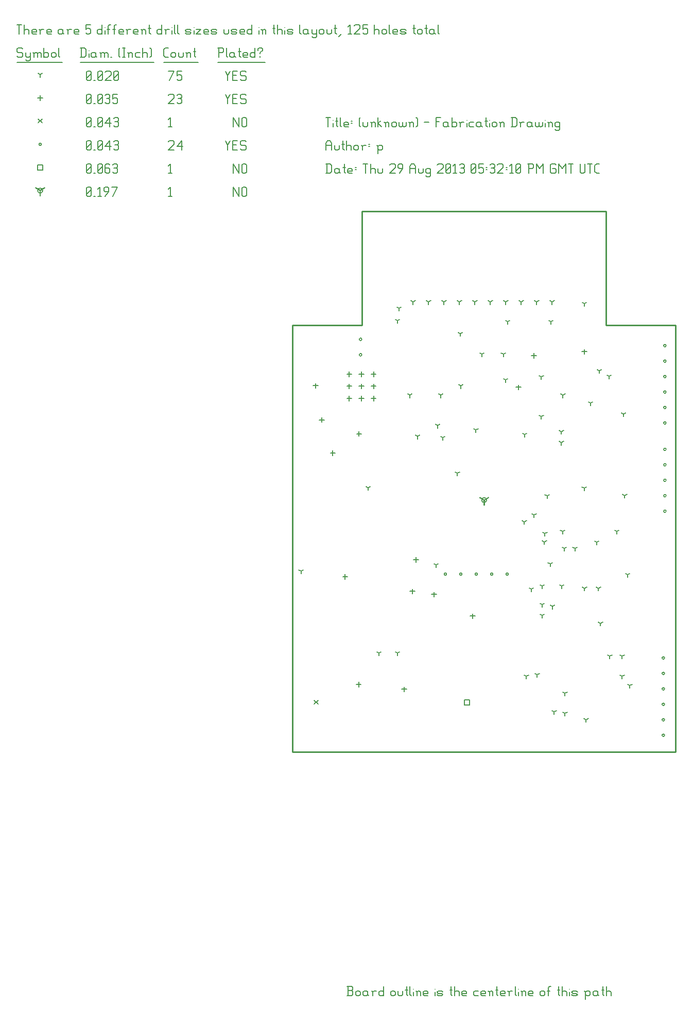
<source format=gbr>
G04 start of page 12 for group -3984 idx -3984 *
G04 Title: (unknown), fab *
G04 Creator: pcb 1.99z *
G04 CreationDate: Thu 29 Aug 2013 05:32:10 PM GMT UTC *
G04 For: p *
G04 Format: Gerber/RS-274X *
G04 PCB-Dimensions (mil): 6000.00 5000.00 *
G04 PCB-Coordinate-Origin: lower left *
%MOIN*%
%FSLAX25Y25*%
%LNFAB*%
%ADD113C,0.0100*%
%ADD112C,0.0075*%
%ADD111C,0.0060*%
%ADD110C,0.0001*%
%ADD109R,0.0080X0.0080*%
G54D109*X302456Y311074D02*Y307874D01*
G54D110*G36*
X301909Y311221D02*X305375Y313221D01*
X305775Y312528D01*
X302309Y310528D01*
X301909Y311221D01*
G37*
G36*
X302602Y310528D02*X299136Y312528D01*
X299536Y313221D01*
X303002Y311221D01*
X302602Y310528D01*
G37*
G54D109*X300856Y311074D02*G75*G03X304056Y311074I1600J0D01*G01*
G75*G03X300856Y311074I-1600J0D01*G01*
X15000Y511250D02*Y508050D01*
G54D110*G36*
X14454Y511397D02*X17920Y513396D01*
X18320Y512703D01*
X14853Y510704D01*
X14454Y511397D01*
G37*
G36*
X15147Y510704D02*X11680Y512703D01*
X12080Y513396D01*
X15546Y511397D01*
X15147Y510704D01*
G37*
G54D109*X13400Y511250D02*G75*G03X16600Y511250I1600J0D01*G01*
G75*G03X13400Y511250I-1600J0D01*G01*
G54D111*X140000Y513500D02*Y507500D01*
Y513500D02*X143750Y507500D01*
Y513500D02*Y507500D01*
X145550Y512750D02*Y508250D01*
Y512750D02*X146300Y513500D01*
X147800D01*
X148550Y512750D01*
Y508250D01*
X147800Y507500D02*X148550Y508250D01*
X146300Y507500D02*X147800D01*
X145550Y508250D02*X146300Y507500D01*
X98000Y512300D02*X99200Y513500D01*
Y507500D01*
X98000D02*X100250D01*
X45000Y508250D02*X45750Y507500D01*
X45000Y512750D02*Y508250D01*
Y512750D02*X45750Y513500D01*
X47250D01*
X48000Y512750D01*
Y508250D01*
X47250Y507500D02*X48000Y508250D01*
X45750Y507500D02*X47250D01*
X45000Y509000D02*X48000Y512000D01*
X49800Y507500D02*X50550D01*
X52350Y512300D02*X53550Y513500D01*
Y507500D01*
X52350D02*X54600D01*
X57150D02*X59400Y510500D01*
Y512750D02*Y510500D01*
X58650Y513500D02*X59400Y512750D01*
X57150Y513500D02*X58650D01*
X56400Y512750D02*X57150Y513500D01*
X56400Y512750D02*Y511250D01*
X57150Y510500D01*
X59400D01*
X61950Y507500D02*X64950Y513500D01*
X61200D02*X64950D01*
X289687Y181829D02*X292887D01*
X289687D02*Y178629D01*
X292887D01*
Y181829D02*Y178629D01*
X13400Y527850D02*X16600D01*
X13400D02*Y524650D01*
X16600D01*
Y527850D02*Y524650D01*
X140000Y528500D02*Y522500D01*
Y528500D02*X143750Y522500D01*
Y528500D02*Y522500D01*
X145550Y527750D02*Y523250D01*
Y527750D02*X146300Y528500D01*
X147800D01*
X148550Y527750D01*
Y523250D01*
X147800Y522500D02*X148550Y523250D01*
X146300Y522500D02*X147800D01*
X145550Y523250D02*X146300Y522500D01*
X98000Y527300D02*X99200Y528500D01*
Y522500D01*
X98000D02*X100250D01*
X45000Y523250D02*X45750Y522500D01*
X45000Y527750D02*Y523250D01*
Y527750D02*X45750Y528500D01*
X47250D01*
X48000Y527750D01*
Y523250D01*
X47250Y522500D02*X48000Y523250D01*
X45750Y522500D02*X47250D01*
X45000Y524000D02*X48000Y527000D01*
X49800Y522500D02*X50550D01*
X52350Y523250D02*X53100Y522500D01*
X52350Y527750D02*Y523250D01*
Y527750D02*X53100Y528500D01*
X54600D01*
X55350Y527750D01*
Y523250D01*
X54600Y522500D02*X55350Y523250D01*
X53100Y522500D02*X54600D01*
X52350Y524000D02*X55350Y527000D01*
X59400Y528500D02*X60150Y527750D01*
X57900Y528500D02*X59400D01*
X57150Y527750D02*X57900Y528500D01*
X57150Y527750D02*Y523250D01*
X57900Y522500D01*
X59400Y525800D02*X60150Y525050D01*
X57150Y525800D02*X59400D01*
X57900Y522500D02*X59400D01*
X60150Y523250D01*
Y525050D02*Y523250D01*
X61950Y527750D02*X62700Y528500D01*
X64200D01*
X64950Y527750D01*
X64200Y522500D02*X64950Y523250D01*
X62700Y522500D02*X64200D01*
X61950Y523250D02*X62700Y522500D01*
Y525800D02*X64200D01*
X64950Y527750D02*Y526550D01*
Y525050D02*Y523250D01*
Y525050D02*X64200Y525800D01*
X64950Y526550D02*X64200Y525800D01*
X192450Y181429D02*X194850Y179029D01*
X192450D02*X194850Y181429D01*
X221611Y415054D02*G75*G03X223211Y415054I800J0D01*G01*
G75*G03X221611Y415054I-800J0D01*G01*
Y405054D02*G75*G03X223211Y405054I800J0D01*G01*
G75*G03X221611Y405054I-800J0D01*G01*
X418663Y410973D02*G75*G03X420263Y410973I800J0D01*G01*
G75*G03X418663Y410973I-800J0D01*G01*
Y400973D02*G75*G03X420263Y400973I800J0D01*G01*
G75*G03X418663Y400973I-800J0D01*G01*
Y390973D02*G75*G03X420263Y390973I800J0D01*G01*
G75*G03X418663Y390973I-800J0D01*G01*
Y380973D02*G75*G03X420263Y380973I800J0D01*G01*
G75*G03X418663Y380973I-800J0D01*G01*
Y370973D02*G75*G03X420263Y370973I800J0D01*G01*
G75*G03X418663Y370973I-800J0D01*G01*
Y360973D02*G75*G03X420263Y360973I800J0D01*G01*
G75*G03X418663Y360973I-800J0D01*G01*
Y343878D02*G75*G03X420263Y343878I800J0D01*G01*
G75*G03X418663Y343878I-800J0D01*G01*
Y333878D02*G75*G03X420263Y333878I800J0D01*G01*
G75*G03X418663Y333878I-800J0D01*G01*
Y323878D02*G75*G03X420263Y323878I800J0D01*G01*
G75*G03X418663Y323878I-800J0D01*G01*
Y313878D02*G75*G03X420263Y313878I800J0D01*G01*
G75*G03X418663Y313878I-800J0D01*G01*
Y303878D02*G75*G03X420263Y303878I800J0D01*G01*
G75*G03X418663Y303878I-800J0D01*G01*
X417663Y208973D02*G75*G03X419263Y208973I800J0D01*G01*
G75*G03X417663Y208973I-800J0D01*G01*
Y198973D02*G75*G03X419263Y198973I800J0D01*G01*
G75*G03X417663Y198973I-800J0D01*G01*
Y188973D02*G75*G03X419263Y188973I800J0D01*G01*
G75*G03X417663Y188973I-800J0D01*G01*
Y178973D02*G75*G03X419263Y178973I800J0D01*G01*
G75*G03X417663Y178973I-800J0D01*G01*
Y168973D02*G75*G03X419263Y168973I800J0D01*G01*
G75*G03X417663Y168973I-800J0D01*G01*
Y158973D02*G75*G03X419263Y158973I800J0D01*G01*
G75*G03X417663Y158973I-800J0D01*G01*
X276527Y263142D02*G75*G03X278127Y263142I800J0D01*G01*
G75*G03X276527Y263142I-800J0D01*G01*
X286527D02*G75*G03X288127Y263142I800J0D01*G01*
G75*G03X286527Y263142I-800J0D01*G01*
X296527D02*G75*G03X298127Y263142I800J0D01*G01*
G75*G03X296527Y263142I-800J0D01*G01*
X306527D02*G75*G03X308127Y263142I800J0D01*G01*
G75*G03X306527Y263142I-800J0D01*G01*
X316527D02*G75*G03X318127Y263142I800J0D01*G01*
G75*G03X316527Y263142I-800J0D01*G01*
X14200Y541250D02*G75*G03X15800Y541250I800J0D01*G01*
G75*G03X14200Y541250I-800J0D01*G01*
X135000Y543500D02*X136500Y540500D01*
X138000Y543500D01*
X136500Y540500D02*Y537500D01*
X139800Y540800D02*X142050D01*
X139800Y537500D02*X142800D01*
X139800Y543500D02*Y537500D01*
Y543500D02*X142800D01*
X147600D02*X148350Y542750D01*
X145350Y543500D02*X147600D01*
X144600Y542750D02*X145350Y543500D01*
X144600Y542750D02*Y541250D01*
X145350Y540500D01*
X147600D01*
X148350Y539750D01*
Y538250D01*
X147600Y537500D02*X148350Y538250D01*
X145350Y537500D02*X147600D01*
X144600Y538250D02*X145350Y537500D01*
X98000Y542750D02*X98750Y543500D01*
X101000D01*
X101750Y542750D01*
Y541250D01*
X98000Y537500D02*X101750Y541250D01*
X98000Y537500D02*X101750D01*
X103550Y539750D02*X106550Y543500D01*
X103550Y539750D02*X107300D01*
X106550Y543500D02*Y537500D01*
X13800Y557450D02*X16200Y555050D01*
X13800D02*X16200Y557450D01*
X140000Y558500D02*Y552500D01*
Y558500D02*X143750Y552500D01*
Y558500D02*Y552500D01*
X145550Y557750D02*Y553250D01*
Y557750D02*X146300Y558500D01*
X147800D01*
X148550Y557750D01*
Y553250D01*
X147800Y552500D02*X148550Y553250D01*
X146300Y552500D02*X147800D01*
X145550Y553250D02*X146300Y552500D01*
X98000Y557300D02*X99200Y558500D01*
Y552500D01*
X98000D02*X100250D01*
X45000Y553250D02*X45750Y552500D01*
X45000Y557750D02*Y553250D01*
Y557750D02*X45750Y558500D01*
X47250D01*
X48000Y557750D01*
Y553250D01*
X47250Y552500D02*X48000Y553250D01*
X45750Y552500D02*X47250D01*
X45000Y554000D02*X48000Y557000D01*
X49800Y552500D02*X50550D01*
X52350Y553250D02*X53100Y552500D01*
X52350Y557750D02*Y553250D01*
Y557750D02*X53100Y558500D01*
X54600D01*
X55350Y557750D01*
Y553250D01*
X54600Y552500D02*X55350Y553250D01*
X53100Y552500D02*X54600D01*
X52350Y554000D02*X55350Y557000D01*
X57150Y554750D02*X60150Y558500D01*
X57150Y554750D02*X60900D01*
X60150Y558500D02*Y552500D01*
X62700Y557750D02*X63450Y558500D01*
X64950D01*
X65700Y557750D01*
X64950Y552500D02*X65700Y553250D01*
X63450Y552500D02*X64950D01*
X62700Y553250D02*X63450Y552500D01*
Y555800D02*X64950D01*
X65700Y557750D02*Y556550D01*
Y555050D02*Y553250D01*
Y555050D02*X64950Y555800D01*
X65700Y556550D02*X64950Y555800D01*
X45000Y538250D02*X45750Y537500D01*
X45000Y542750D02*Y538250D01*
Y542750D02*X45750Y543500D01*
X47250D01*
X48000Y542750D01*
Y538250D01*
X47250Y537500D02*X48000Y538250D01*
X45750Y537500D02*X47250D01*
X45000Y539000D02*X48000Y542000D01*
X49800Y537500D02*X50550D01*
X52350Y538250D02*X53100Y537500D01*
X52350Y542750D02*Y538250D01*
Y542750D02*X53100Y543500D01*
X54600D01*
X55350Y542750D01*
Y538250D01*
X54600Y537500D02*X55350Y538250D01*
X53100Y537500D02*X54600D01*
X52350Y539000D02*X55350Y542000D01*
X57150Y539750D02*X60150Y543500D01*
X57150Y539750D02*X60900D01*
X60150Y543500D02*Y537500D01*
X62700Y542750D02*X63450Y543500D01*
X64950D01*
X65700Y542750D01*
X64950Y537500D02*X65700Y538250D01*
X63450Y537500D02*X64950D01*
X62700Y538250D02*X63450Y537500D01*
Y540800D02*X64950D01*
X65700Y542750D02*Y541550D01*
Y540050D02*Y538250D01*
Y540050D02*X64950Y540800D01*
X65700Y541550D02*X64950Y540800D01*
X215119Y394206D02*Y391006D01*
X213519Y392606D02*X216719D01*
X222993Y394206D02*Y391006D01*
X221393Y392606D02*X224593D01*
X222993Y386332D02*Y383132D01*
X221393Y384732D02*X224593D01*
X215119Y386332D02*Y383132D01*
X213519Y384732D02*X216719D01*
X222993Y378458D02*Y375258D01*
X221393Y376858D02*X224593D01*
X215119Y378458D02*Y375258D01*
X213519Y376858D02*X216719D01*
X230867Y394206D02*Y391006D01*
X229267Y392606D02*X232467D01*
X230867Y386332D02*Y383132D01*
X229267Y384732D02*X232467D01*
X230867Y378458D02*Y375258D01*
X229267Y376858D02*X232467D01*
X197378Y364573D02*Y361373D01*
X195778Y362973D02*X198978D01*
X221463Y355573D02*Y352373D01*
X219863Y353973D02*X223063D01*
X258377Y274073D02*Y270873D01*
X256777Y272473D02*X259977D01*
X204456Y343174D02*Y339974D01*
X202856Y341574D02*X206056D01*
X212456Y263174D02*Y259974D01*
X210856Y261574D02*X214056D01*
X269956Y251674D02*Y248474D01*
X268356Y250074D02*X271556D01*
X294956Y237674D02*Y234474D01*
X293356Y236074D02*X296556D01*
X334715Y406100D02*Y402900D01*
X333115Y404500D02*X336315D01*
X324715Y385659D02*Y382459D01*
X323115Y384059D02*X326315D01*
X367370Y408674D02*Y405474D01*
X365770Y407074D02*X368970D01*
X193411Y386654D02*Y383454D01*
X191811Y385054D02*X195011D01*
X255956Y253674D02*Y250474D01*
X254356Y252074D02*X257556D01*
X221209Y193463D02*Y190263D01*
X219609Y191863D02*X222809D01*
X250735Y190314D02*Y187114D01*
X249135Y188714D02*X252335D01*
X15000Y572850D02*Y569650D01*
X13400Y571250D02*X16600D01*
X135000Y573500D02*X136500Y570500D01*
X138000Y573500D01*
X136500Y570500D02*Y567500D01*
X139800Y570800D02*X142050D01*
X139800Y567500D02*X142800D01*
X139800Y573500D02*Y567500D01*
Y573500D02*X142800D01*
X147600D02*X148350Y572750D01*
X145350Y573500D02*X147600D01*
X144600Y572750D02*X145350Y573500D01*
X144600Y572750D02*Y571250D01*
X145350Y570500D01*
X147600D01*
X148350Y569750D01*
Y568250D01*
X147600Y567500D02*X148350Y568250D01*
X145350Y567500D02*X147600D01*
X144600Y568250D02*X145350Y567500D01*
X98000Y572750D02*X98750Y573500D01*
X101000D01*
X101750Y572750D01*
Y571250D01*
X98000Y567500D02*X101750Y571250D01*
X98000Y567500D02*X101750D01*
X103550Y572750D02*X104300Y573500D01*
X105800D01*
X106550Y572750D01*
X105800Y567500D02*X106550Y568250D01*
X104300Y567500D02*X105800D01*
X103550Y568250D02*X104300Y567500D01*
Y570800D02*X105800D01*
X106550Y572750D02*Y571550D01*
Y570050D02*Y568250D01*
Y570050D02*X105800Y570800D01*
X106550Y571550D02*X105800Y570800D01*
X45000Y568250D02*X45750Y567500D01*
X45000Y572750D02*Y568250D01*
Y572750D02*X45750Y573500D01*
X47250D01*
X48000Y572750D01*
Y568250D01*
X47250Y567500D02*X48000Y568250D01*
X45750Y567500D02*X47250D01*
X45000Y569000D02*X48000Y572000D01*
X49800Y567500D02*X50550D01*
X52350Y568250D02*X53100Y567500D01*
X52350Y572750D02*Y568250D01*
Y572750D02*X53100Y573500D01*
X54600D01*
X55350Y572750D01*
Y568250D01*
X54600Y567500D02*X55350Y568250D01*
X53100Y567500D02*X54600D01*
X52350Y569000D02*X55350Y572000D01*
X57150Y572750D02*X57900Y573500D01*
X59400D01*
X60150Y572750D01*
X59400Y567500D02*X60150Y568250D01*
X57900Y567500D02*X59400D01*
X57150Y568250D02*X57900Y567500D01*
Y570800D02*X59400D01*
X60150Y572750D02*Y571550D01*
Y570050D02*Y568250D01*
Y570050D02*X59400Y570800D01*
X60150Y571550D02*X59400Y570800D01*
X61950Y573500D02*X64950D01*
X61950D02*Y570500D01*
X62700Y571250D01*
X64200D01*
X64950Y570500D01*
Y568250D01*
X64200Y567500D02*X64950Y568250D01*
X62700Y567500D02*X64200D01*
X61950Y568250D02*X62700Y567500D01*
X367456Y438074D02*Y436474D01*
Y438074D02*X368842Y438874D01*
X367456Y438074D02*X366069Y438874D01*
X276463Y439233D02*Y437633D01*
Y439233D02*X277850Y440033D01*
X276463Y439233D02*X275077Y440033D01*
X266463Y439233D02*Y437633D01*
Y439233D02*X267850Y440033D01*
X266463Y439233D02*X265077Y440033D01*
X256463Y439233D02*Y437633D01*
Y439233D02*X257850Y440033D01*
X256463Y439233D02*X255077Y440033D01*
X247456Y435074D02*Y433474D01*
Y435074D02*X248842Y435874D01*
X247456Y435074D02*X246069Y435874D01*
X246456Y427074D02*Y425474D01*
Y427074D02*X247842Y427874D01*
X246456Y427074D02*X245069Y427874D01*
X275652Y351382D02*Y349782D01*
Y351382D02*X277039Y352182D01*
X275652Y351382D02*X274266Y352182D01*
X317715Y426500D02*Y424900D01*
Y426500D02*X319102Y427300D01*
X317715Y426500D02*X316329Y427300D01*
X345715Y426500D02*Y424900D01*
Y426500D02*X347102Y427300D01*
X345715Y426500D02*X344329Y427300D01*
X254345Y378941D02*Y377341D01*
Y378941D02*X255732Y379741D01*
X254345Y378941D02*X252959Y379741D01*
X259259Y352256D02*Y350656D01*
Y352256D02*X260646Y353056D01*
X259259Y352256D02*X257873Y353056D01*
X227377Y318973D02*Y317373D01*
Y318973D02*X228764Y319773D01*
X227377Y318973D02*X225991Y319773D01*
X371431Y373784D02*Y372184D01*
Y373784D02*X372818Y374584D01*
X371431Y373784D02*X370044Y374584D01*
X352463Y348233D02*Y346633D01*
Y348233D02*X353850Y349033D01*
X352463Y348233D02*X351077Y349033D01*
X285156Y328382D02*Y326782D01*
Y328382D02*X286543Y329182D01*
X285156Y328382D02*X283770Y329182D01*
X375327Y283828D02*Y282228D01*
Y283828D02*X376714Y284628D01*
X375327Y283828D02*X373940Y284628D01*
X346751Y242260D02*Y240660D01*
Y242260D02*X348138Y243060D01*
X346751Y242260D02*X345365Y243060D01*
X361211Y279792D02*Y278192D01*
Y279792D02*X362598Y280592D01*
X361211Y279792D02*X359825Y280592D01*
X345211Y269792D02*Y268192D01*
Y269792D02*X346598Y270592D01*
X345211Y269792D02*X343825Y270592D01*
X341846Y289346D02*Y287746D01*
Y289346D02*X343232Y290146D01*
X341846Y289346D02*X340459Y290146D01*
X334846Y301346D02*Y299746D01*
Y301346D02*X336232Y302146D01*
X334846Y301346D02*X333459Y302146D01*
X341463Y283973D02*Y282373D01*
Y283973D02*X342850Y284773D01*
X341463Y283973D02*X340077Y284773D01*
X328463Y296973D02*Y295373D01*
Y296973D02*X329850Y297773D01*
X328463Y296973D02*X327077Y297773D01*
X393463Y313973D02*Y312373D01*
Y313973D02*X394850Y314773D01*
X393463Y313973D02*X392077Y314773D01*
X367463Y253973D02*Y252373D01*
Y253973D02*X368850Y254773D01*
X367463Y253973D02*X366077Y254773D01*
X353211Y290792D02*Y289192D01*
Y290792D02*X354598Y291592D01*
X353211Y290792D02*X351825Y291592D01*
X367211Y318792D02*Y317192D01*
Y318792D02*X368598Y319592D01*
X367211Y318792D02*X365825Y319592D01*
X343211Y313792D02*Y312192D01*
Y313792D02*X344598Y314592D01*
X343211Y313792D02*X341825Y314592D01*
X388327Y290828D02*Y289228D01*
Y290828D02*X389714Y291628D01*
X388327Y290828D02*X386940Y291628D01*
X354327Y279828D02*Y278228D01*
Y279828D02*X355714Y280628D01*
X354327Y279828D02*X352940Y280628D01*
X352751Y255346D02*Y253746D01*
Y255346D02*X354138Y256146D01*
X352751Y255346D02*X351365Y256146D01*
X339909Y255345D02*Y253745D01*
Y255345D02*X341296Y256145D01*
X339909Y255345D02*X338522Y256145D01*
X339909Y243345D02*Y241745D01*
Y243345D02*X341296Y244145D01*
X339909Y243345D02*X338522Y244145D01*
X332909Y253345D02*Y251745D01*
Y253345D02*X334296Y254145D01*
X332909Y253345D02*X331522Y254145D01*
X339909Y236345D02*Y234745D01*
Y236345D02*X341296Y237145D01*
X339909Y236345D02*X338522Y237145D01*
X391798Y210200D02*Y208600D01*
Y210200D02*X393185Y211000D01*
X391798Y210200D02*X390411Y211000D01*
X391798Y197200D02*Y195600D01*
Y197200D02*X393185Y198000D01*
X391798Y197200D02*X390411Y198000D01*
X383798Y210200D02*Y208600D01*
Y210200D02*X385185Y211000D01*
X383798Y210200D02*X382411Y211000D01*
X377798Y231307D02*Y229707D01*
Y231307D02*X379185Y232107D01*
X377798Y231307D02*X376411Y232107D01*
X395327Y262828D02*Y261228D01*
Y262828D02*X396714Y263628D01*
X395327Y262828D02*X393940Y263628D01*
X376463Y253973D02*Y252373D01*
Y253973D02*X377850Y254773D01*
X376463Y253973D02*X375077Y254773D01*
X296463Y439233D02*Y437633D01*
Y439233D02*X297850Y440033D01*
X296463Y439233D02*X295077Y440033D01*
X286463Y439233D02*Y437633D01*
Y439233D02*X287850Y440033D01*
X286463Y439233D02*X285077Y440033D01*
X306463Y439233D02*Y437633D01*
Y439233D02*X307850Y440033D01*
X306463Y439233D02*X305077Y440033D01*
X316463Y439233D02*Y437633D01*
Y439233D02*X317850Y440033D01*
X316463Y439233D02*X315077Y440033D01*
X326463Y439233D02*Y437633D01*
Y439233D02*X327850Y440033D01*
X326463Y439233D02*X325077Y440033D01*
X336463Y439233D02*Y437633D01*
Y439233D02*X337850Y440033D01*
X336463Y439233D02*X335077Y440033D01*
X346463Y439233D02*Y437633D01*
Y439233D02*X347850Y440033D01*
X346463Y439233D02*X345077Y440033D01*
X328652Y353382D02*Y351782D01*
Y353382D02*X330039Y354182D01*
X328652Y353382D02*X327266Y354182D01*
X272345Y359256D02*Y357656D01*
Y359256D02*X273732Y360056D01*
X272345Y359256D02*X270959Y360056D01*
X297156Y356382D02*Y354782D01*
Y356382D02*X298543Y357182D01*
X297156Y356382D02*X295770Y357182D01*
X287345Y384941D02*Y383341D01*
Y384941D02*X288732Y385741D01*
X287345Y384941D02*X285959Y385741D01*
X274345Y378941D02*Y377341D01*
Y378941D02*X275732Y379741D01*
X274345Y378941D02*X272959Y379741D01*
X287070Y418666D02*Y417066D01*
Y418666D02*X288457Y419466D01*
X287070Y418666D02*X285683Y419466D01*
X301093Y405500D02*Y403900D01*
Y405500D02*X302480Y406300D01*
X301093Y405500D02*X299707Y406300D01*
X314873Y405500D02*Y403900D01*
Y405500D02*X316260Y406300D01*
X314873Y405500D02*X313487Y406300D01*
X339463Y365161D02*Y363561D01*
Y365161D02*X340850Y365961D01*
X339463Y365161D02*X338077Y365961D01*
X339463Y390752D02*Y389152D01*
Y390752D02*X340850Y391552D01*
X339463Y390752D02*X338077Y391552D01*
X353463Y378941D02*Y377341D01*
Y378941D02*X354850Y379741D01*
X353463Y378941D02*X352077Y379741D01*
X352463Y355319D02*Y353719D01*
Y355319D02*X353850Y356119D01*
X352463Y355319D02*X351077Y356119D01*
X316431Y388784D02*Y387184D01*
Y388784D02*X317818Y389584D01*
X316431Y388784D02*X315044Y389584D01*
X383370Y391074D02*Y389474D01*
Y391074D02*X384757Y391874D01*
X383370Y391074D02*X381983Y391874D01*
X377070Y394666D02*Y393066D01*
Y394666D02*X378457Y395466D01*
X377070Y394666D02*X375683Y395466D01*
X392778Y366666D02*Y365066D01*
Y366666D02*X394165Y367466D01*
X392778Y366666D02*X391391Y367466D01*
X183864Y265146D02*Y263546D01*
Y265146D02*X185251Y265946D01*
X183864Y265146D02*X182478Y265946D01*
X271327Y269142D02*Y267542D01*
Y269142D02*X272714Y269942D01*
X271327Y269142D02*X269940Y269942D01*
X246327Y212142D02*Y210542D01*
Y212142D02*X247714Y212942D01*
X246327Y212142D02*X244941Y212942D01*
X234327Y212142D02*Y210542D01*
Y212142D02*X235714Y212942D01*
X234327Y212142D02*X232941Y212942D01*
X336798Y198200D02*Y196600D01*
Y198200D02*X338185Y199000D01*
X336798Y198200D02*X335411Y199000D01*
X368463Y168973D02*Y167373D01*
Y168973D02*X369850Y169773D01*
X368463Y168973D02*X367077Y169773D01*
X354798Y186200D02*Y184600D01*
Y186200D02*X356185Y187000D01*
X354798Y186200D02*X353411Y187000D01*
X354798Y173200D02*Y171600D01*
Y173200D02*X356185Y174000D01*
X354798Y173200D02*X353411Y174000D01*
X329798Y197200D02*Y195600D01*
Y197200D02*X331185Y198000D01*
X329798Y197200D02*X328411Y198000D01*
X347798Y174200D02*Y172600D01*
Y174200D02*X349185Y175000D01*
X347798Y174200D02*X346411Y175000D01*
X396798Y191200D02*Y189600D01*
Y191200D02*X398185Y192000D01*
X396798Y191200D02*X395411Y192000D01*
X15000Y586250D02*Y584650D01*
Y586250D02*X16387Y587050D01*
X15000Y586250D02*X13613Y587050D01*
X135000Y588500D02*X136500Y585500D01*
X138000Y588500D01*
X136500Y585500D02*Y582500D01*
X139800Y585800D02*X142050D01*
X139800Y582500D02*X142800D01*
X139800Y588500D02*Y582500D01*
Y588500D02*X142800D01*
X147600D02*X148350Y587750D01*
X145350Y588500D02*X147600D01*
X144600Y587750D02*X145350Y588500D01*
X144600Y587750D02*Y586250D01*
X145350Y585500D01*
X147600D01*
X148350Y584750D01*
Y583250D01*
X147600Y582500D02*X148350Y583250D01*
X145350Y582500D02*X147600D01*
X144600Y583250D02*X145350Y582500D01*
X98750D02*X101750Y588500D01*
X98000D02*X101750D01*
X103550D02*X106550D01*
X103550D02*Y585500D01*
X104300Y586250D01*
X105800D01*
X106550Y585500D01*
Y583250D01*
X105800Y582500D02*X106550Y583250D01*
X104300Y582500D02*X105800D01*
X103550Y583250D02*X104300Y582500D01*
X45000Y583250D02*X45750Y582500D01*
X45000Y587750D02*Y583250D01*
Y587750D02*X45750Y588500D01*
X47250D01*
X48000Y587750D01*
Y583250D01*
X47250Y582500D02*X48000Y583250D01*
X45750Y582500D02*X47250D01*
X45000Y584000D02*X48000Y587000D01*
X49800Y582500D02*X50550D01*
X52350Y583250D02*X53100Y582500D01*
X52350Y587750D02*Y583250D01*
Y587750D02*X53100Y588500D01*
X54600D01*
X55350Y587750D01*
Y583250D01*
X54600Y582500D02*X55350Y583250D01*
X53100Y582500D02*X54600D01*
X52350Y584000D02*X55350Y587000D01*
X57150Y587750D02*X57900Y588500D01*
X60150D01*
X60900Y587750D01*
Y586250D01*
X57150Y582500D02*X60900Y586250D01*
X57150Y582500D02*X60900D01*
X62700Y583250D02*X63450Y582500D01*
X62700Y587750D02*Y583250D01*
Y587750D02*X63450Y588500D01*
X64950D01*
X65700Y587750D01*
Y583250D01*
X64950Y582500D02*X65700Y583250D01*
X63450Y582500D02*X64950D01*
X62700Y584000D02*X65700Y587000D01*
X3000Y603500D02*X3750Y602750D01*
X750Y603500D02*X3000D01*
X0Y602750D02*X750Y603500D01*
X0Y602750D02*Y601250D01*
X750Y600500D01*
X3000D01*
X3750Y599750D01*
Y598250D01*
X3000Y597500D02*X3750Y598250D01*
X750Y597500D02*X3000D01*
X0Y598250D02*X750Y597500D01*
X5550Y600500D02*Y598250D01*
X6300Y597500D01*
X8550Y600500D02*Y596000D01*
X7800Y595250D02*X8550Y596000D01*
X6300Y595250D02*X7800D01*
X5550Y596000D02*X6300Y595250D01*
Y597500D02*X7800D01*
X8550Y598250D01*
X11100Y599750D02*Y597500D01*
Y599750D02*X11850Y600500D01*
X12600D01*
X13350Y599750D01*
Y597500D01*
Y599750D02*X14100Y600500D01*
X14850D01*
X15600Y599750D01*
Y597500D01*
X10350Y600500D02*X11100Y599750D01*
X17400Y603500D02*Y597500D01*
Y598250D02*X18150Y597500D01*
X19650D01*
X20400Y598250D01*
Y599750D02*Y598250D01*
X19650Y600500D02*X20400Y599750D01*
X18150Y600500D02*X19650D01*
X17400Y599750D02*X18150Y600500D01*
X22200Y599750D02*Y598250D01*
Y599750D02*X22950Y600500D01*
X24450D01*
X25200Y599750D01*
Y598250D01*
X24450Y597500D02*X25200Y598250D01*
X22950Y597500D02*X24450D01*
X22200Y598250D02*X22950Y597500D01*
X27000Y603500D02*Y598250D01*
X27750Y597500D01*
X0Y594250D02*X29250D01*
X41750Y603500D02*Y597500D01*
X43700Y603500D02*X44750Y602450D01*
Y598550D01*
X43700Y597500D02*X44750Y598550D01*
X41000Y597500D02*X43700D01*
X41000Y603500D02*X43700D01*
G54D112*X46550Y602000D02*Y601850D01*
G54D111*Y599750D02*Y597500D01*
X50300Y600500D02*X51050Y599750D01*
X48800Y600500D02*X50300D01*
X48050Y599750D02*X48800Y600500D01*
X48050Y599750D02*Y598250D01*
X48800Y597500D01*
X51050Y600500D02*Y598250D01*
X51800Y597500D01*
X48800D02*X50300D01*
X51050Y598250D01*
X54350Y599750D02*Y597500D01*
Y599750D02*X55100Y600500D01*
X55850D01*
X56600Y599750D01*
Y597500D01*
Y599750D02*X57350Y600500D01*
X58100D01*
X58850Y599750D01*
Y597500D01*
X53600Y600500D02*X54350Y599750D01*
X60650Y597500D02*X61400D01*
X65900Y598250D02*X66650Y597500D01*
X65900Y602750D02*X66650Y603500D01*
X65900Y602750D02*Y598250D01*
X68450Y603500D02*X69950D01*
X69200D02*Y597500D01*
X68450D02*X69950D01*
X72500Y599750D02*Y597500D01*
Y599750D02*X73250Y600500D01*
X74000D01*
X74750Y599750D01*
Y597500D01*
X71750Y600500D02*X72500Y599750D01*
X77300Y600500D02*X79550D01*
X76550Y599750D02*X77300Y600500D01*
X76550Y599750D02*Y598250D01*
X77300Y597500D01*
X79550D01*
X81350Y603500D02*Y597500D01*
Y599750D02*X82100Y600500D01*
X83600D01*
X84350Y599750D01*
Y597500D01*
X86150Y603500D02*X86900Y602750D01*
Y598250D01*
X86150Y597500D02*X86900Y598250D01*
X41000Y594250D02*X88700D01*
X96050Y597500D02*X98000D01*
X95000Y598550D02*X96050Y597500D01*
X95000Y602450D02*Y598550D01*
Y602450D02*X96050Y603500D01*
X98000D01*
X99800Y599750D02*Y598250D01*
Y599750D02*X100550Y600500D01*
X102050D01*
X102800Y599750D01*
Y598250D01*
X102050Y597500D02*X102800Y598250D01*
X100550Y597500D02*X102050D01*
X99800Y598250D02*X100550Y597500D01*
X104600Y600500D02*Y598250D01*
X105350Y597500D01*
X106850D01*
X107600Y598250D01*
Y600500D02*Y598250D01*
X110150Y599750D02*Y597500D01*
Y599750D02*X110900Y600500D01*
X111650D01*
X112400Y599750D01*
Y597500D01*
X109400Y600500D02*X110150Y599750D01*
X114950Y603500D02*Y598250D01*
X115700Y597500D01*
X114200Y601250D02*X115700D01*
X95000Y594250D02*X117200D01*
X130750Y603500D02*Y597500D01*
X130000Y603500D02*X133000D01*
X133750Y602750D01*
Y601250D01*
X133000Y600500D02*X133750Y601250D01*
X130750Y600500D02*X133000D01*
X135550Y603500D02*Y598250D01*
X136300Y597500D01*
X140050Y600500D02*X140800Y599750D01*
X138550Y600500D02*X140050D01*
X137800Y599750D02*X138550Y600500D01*
X137800Y599750D02*Y598250D01*
X138550Y597500D01*
X140800Y600500D02*Y598250D01*
X141550Y597500D01*
X138550D02*X140050D01*
X140800Y598250D01*
X144100Y603500D02*Y598250D01*
X144850Y597500D01*
X143350Y601250D02*X144850D01*
X147100Y597500D02*X149350D01*
X146350Y598250D02*X147100Y597500D01*
X146350Y599750D02*Y598250D01*
Y599750D02*X147100Y600500D01*
X148600D01*
X149350Y599750D01*
X146350Y599000D02*X149350D01*
Y599750D02*Y599000D01*
X154150Y603500D02*Y597500D01*
X153400D02*X154150Y598250D01*
X151900Y597500D02*X153400D01*
X151150Y598250D02*X151900Y597500D01*
X151150Y599750D02*Y598250D01*
Y599750D02*X151900Y600500D01*
X153400D01*
X154150Y599750D01*
X157450Y600500D02*Y599750D01*
Y598250D02*Y597500D01*
X155950Y602750D02*Y602000D01*
Y602750D02*X156700Y603500D01*
X158200D01*
X158950Y602750D01*
Y602000D01*
X157450Y600500D02*X158950Y602000D01*
X130000Y594250D02*X160750D01*
X0Y618500D02*X3000D01*
X1500D02*Y612500D01*
X4800Y618500D02*Y612500D01*
Y614750D02*X5550Y615500D01*
X7050D01*
X7800Y614750D01*
Y612500D01*
X10350D02*X12600D01*
X9600Y613250D02*X10350Y612500D01*
X9600Y614750D02*Y613250D01*
Y614750D02*X10350Y615500D01*
X11850D01*
X12600Y614750D01*
X9600Y614000D02*X12600D01*
Y614750D02*Y614000D01*
X15150Y614750D02*Y612500D01*
Y614750D02*X15900Y615500D01*
X17400D01*
X14400D02*X15150Y614750D01*
X19950Y612500D02*X22200D01*
X19200Y613250D02*X19950Y612500D01*
X19200Y614750D02*Y613250D01*
Y614750D02*X19950Y615500D01*
X21450D01*
X22200Y614750D01*
X19200Y614000D02*X22200D01*
Y614750D02*Y614000D01*
X28950Y615500D02*X29700Y614750D01*
X27450Y615500D02*X28950D01*
X26700Y614750D02*X27450Y615500D01*
X26700Y614750D02*Y613250D01*
X27450Y612500D01*
X29700Y615500D02*Y613250D01*
X30450Y612500D01*
X27450D02*X28950D01*
X29700Y613250D01*
X33000Y614750D02*Y612500D01*
Y614750D02*X33750Y615500D01*
X35250D01*
X32250D02*X33000Y614750D01*
X37800Y612500D02*X40050D01*
X37050Y613250D02*X37800Y612500D01*
X37050Y614750D02*Y613250D01*
Y614750D02*X37800Y615500D01*
X39300D01*
X40050Y614750D01*
X37050Y614000D02*X40050D01*
Y614750D02*Y614000D01*
X44550Y618500D02*X47550D01*
X44550D02*Y615500D01*
X45300Y616250D01*
X46800D01*
X47550Y615500D01*
Y613250D01*
X46800Y612500D02*X47550Y613250D01*
X45300Y612500D02*X46800D01*
X44550Y613250D02*X45300Y612500D01*
X55050Y618500D02*Y612500D01*
X54300D02*X55050Y613250D01*
X52800Y612500D02*X54300D01*
X52050Y613250D02*X52800Y612500D01*
X52050Y614750D02*Y613250D01*
Y614750D02*X52800Y615500D01*
X54300D01*
X55050Y614750D01*
G54D112*X56850Y617000D02*Y616850D01*
G54D111*Y614750D02*Y612500D01*
X59100Y617750D02*Y612500D01*
Y617750D02*X59850Y618500D01*
X60600D01*
X58350Y615500D02*X59850D01*
X62850Y617750D02*Y612500D01*
Y617750D02*X63600Y618500D01*
X64350D01*
X62100Y615500D02*X63600D01*
X66600Y612500D02*X68850D01*
X65850Y613250D02*X66600Y612500D01*
X65850Y614750D02*Y613250D01*
Y614750D02*X66600Y615500D01*
X68100D01*
X68850Y614750D01*
X65850Y614000D02*X68850D01*
Y614750D02*Y614000D01*
X71400Y614750D02*Y612500D01*
Y614750D02*X72150Y615500D01*
X73650D01*
X70650D02*X71400Y614750D01*
X76200Y612500D02*X78450D01*
X75450Y613250D02*X76200Y612500D01*
X75450Y614750D02*Y613250D01*
Y614750D02*X76200Y615500D01*
X77700D01*
X78450Y614750D01*
X75450Y614000D02*X78450D01*
Y614750D02*Y614000D01*
X81000Y614750D02*Y612500D01*
Y614750D02*X81750Y615500D01*
X82500D01*
X83250Y614750D01*
Y612500D01*
X80250Y615500D02*X81000Y614750D01*
X85800Y618500D02*Y613250D01*
X86550Y612500D01*
X85050Y616250D02*X86550D01*
X93750Y618500D02*Y612500D01*
X93000D02*X93750Y613250D01*
X91500Y612500D02*X93000D01*
X90750Y613250D02*X91500Y612500D01*
X90750Y614750D02*Y613250D01*
Y614750D02*X91500Y615500D01*
X93000D01*
X93750Y614750D01*
X96300D02*Y612500D01*
Y614750D02*X97050Y615500D01*
X98550D01*
X95550D02*X96300Y614750D01*
G54D112*X100350Y617000D02*Y616850D01*
G54D111*Y614750D02*Y612500D01*
X101850Y618500D02*Y613250D01*
X102600Y612500D01*
X104100Y618500D02*Y613250D01*
X104850Y612500D01*
X109800D02*X112050D01*
X112800Y613250D01*
X112050Y614000D02*X112800Y613250D01*
X109800Y614000D02*X112050D01*
X109050Y614750D02*X109800Y614000D01*
X109050Y614750D02*X109800Y615500D01*
X112050D01*
X112800Y614750D01*
X109050Y613250D02*X109800Y612500D01*
G54D112*X114600Y617000D02*Y616850D01*
G54D111*Y614750D02*Y612500D01*
X116100Y615500D02*X119100D01*
X116100Y612500D02*X119100Y615500D01*
X116100Y612500D02*X119100D01*
X121650D02*X123900D01*
X120900Y613250D02*X121650Y612500D01*
X120900Y614750D02*Y613250D01*
Y614750D02*X121650Y615500D01*
X123150D01*
X123900Y614750D01*
X120900Y614000D02*X123900D01*
Y614750D02*Y614000D01*
X126450Y612500D02*X128700D01*
X129450Y613250D01*
X128700Y614000D02*X129450Y613250D01*
X126450Y614000D02*X128700D01*
X125700Y614750D02*X126450Y614000D01*
X125700Y614750D02*X126450Y615500D01*
X128700D01*
X129450Y614750D01*
X125700Y613250D02*X126450Y612500D01*
X133950Y615500D02*Y613250D01*
X134700Y612500D01*
X136200D01*
X136950Y613250D01*
Y615500D02*Y613250D01*
X139500Y612500D02*X141750D01*
X142500Y613250D01*
X141750Y614000D02*X142500Y613250D01*
X139500Y614000D02*X141750D01*
X138750Y614750D02*X139500Y614000D01*
X138750Y614750D02*X139500Y615500D01*
X141750D01*
X142500Y614750D01*
X138750Y613250D02*X139500Y612500D01*
X145050D02*X147300D01*
X144300Y613250D02*X145050Y612500D01*
X144300Y614750D02*Y613250D01*
Y614750D02*X145050Y615500D01*
X146550D01*
X147300Y614750D01*
X144300Y614000D02*X147300D01*
Y614750D02*Y614000D01*
X152100Y618500D02*Y612500D01*
X151350D02*X152100Y613250D01*
X149850Y612500D02*X151350D01*
X149100Y613250D02*X149850Y612500D01*
X149100Y614750D02*Y613250D01*
Y614750D02*X149850Y615500D01*
X151350D01*
X152100Y614750D01*
G54D112*X156600Y617000D02*Y616850D01*
G54D111*Y614750D02*Y612500D01*
X158850Y614750D02*Y612500D01*
Y614750D02*X159600Y615500D01*
X160350D01*
X161100Y614750D01*
Y612500D01*
X158100Y615500D02*X158850Y614750D01*
X166350Y618500D02*Y613250D01*
X167100Y612500D01*
X165600Y616250D02*X167100D01*
X168600Y618500D02*Y612500D01*
Y614750D02*X169350Y615500D01*
X170850D01*
X171600Y614750D01*
Y612500D01*
G54D112*X173400Y617000D02*Y616850D01*
G54D111*Y614750D02*Y612500D01*
X175650D02*X177900D01*
X178650Y613250D01*
X177900Y614000D02*X178650Y613250D01*
X175650Y614000D02*X177900D01*
X174900Y614750D02*X175650Y614000D01*
X174900Y614750D02*X175650Y615500D01*
X177900D01*
X178650Y614750D01*
X174900Y613250D02*X175650Y612500D01*
X183150Y618500D02*Y613250D01*
X183900Y612500D01*
X187650Y615500D02*X188400Y614750D01*
X186150Y615500D02*X187650D01*
X185400Y614750D02*X186150Y615500D01*
X185400Y614750D02*Y613250D01*
X186150Y612500D01*
X188400Y615500D02*Y613250D01*
X189150Y612500D01*
X186150D02*X187650D01*
X188400Y613250D01*
X190950Y615500D02*Y613250D01*
X191700Y612500D01*
X193950Y615500D02*Y611000D01*
X193200Y610250D02*X193950Y611000D01*
X191700Y610250D02*X193200D01*
X190950Y611000D02*X191700Y610250D01*
Y612500D02*X193200D01*
X193950Y613250D01*
X195750Y614750D02*Y613250D01*
Y614750D02*X196500Y615500D01*
X198000D01*
X198750Y614750D01*
Y613250D01*
X198000Y612500D02*X198750Y613250D01*
X196500Y612500D02*X198000D01*
X195750Y613250D02*X196500Y612500D01*
X200550Y615500D02*Y613250D01*
X201300Y612500D01*
X202800D01*
X203550Y613250D01*
Y615500D02*Y613250D01*
X206100Y618500D02*Y613250D01*
X206850Y612500D01*
X205350Y616250D02*X206850D01*
X208350Y611000D02*X209850Y612500D01*
X214350Y617300D02*X215550Y618500D01*
Y612500D01*
X214350D02*X216600D01*
X218400Y617750D02*X219150Y618500D01*
X221400D01*
X222150Y617750D01*
Y616250D01*
X218400Y612500D02*X222150Y616250D01*
X218400Y612500D02*X222150D01*
X223950Y618500D02*X226950D01*
X223950D02*Y615500D01*
X224700Y616250D01*
X226200D01*
X226950Y615500D01*
Y613250D01*
X226200Y612500D02*X226950Y613250D01*
X224700Y612500D02*X226200D01*
X223950Y613250D02*X224700Y612500D01*
X231450Y618500D02*Y612500D01*
Y614750D02*X232200Y615500D01*
X233700D01*
X234450Y614750D01*
Y612500D01*
X236250Y614750D02*Y613250D01*
Y614750D02*X237000Y615500D01*
X238500D01*
X239250Y614750D01*
Y613250D01*
X238500Y612500D02*X239250Y613250D01*
X237000Y612500D02*X238500D01*
X236250Y613250D02*X237000Y612500D01*
X241050Y618500D02*Y613250D01*
X241800Y612500D01*
X244050D02*X246300D01*
X243300Y613250D02*X244050Y612500D01*
X243300Y614750D02*Y613250D01*
Y614750D02*X244050Y615500D01*
X245550D01*
X246300Y614750D01*
X243300Y614000D02*X246300D01*
Y614750D02*Y614000D01*
X248850Y612500D02*X251100D01*
X251850Y613250D01*
X251100Y614000D02*X251850Y613250D01*
X248850Y614000D02*X251100D01*
X248100Y614750D02*X248850Y614000D01*
X248100Y614750D02*X248850Y615500D01*
X251100D01*
X251850Y614750D01*
X248100Y613250D02*X248850Y612500D01*
X257100Y618500D02*Y613250D01*
X257850Y612500D01*
X256350Y616250D02*X257850D01*
X259350Y614750D02*Y613250D01*
Y614750D02*X260100Y615500D01*
X261600D01*
X262350Y614750D01*
Y613250D01*
X261600Y612500D02*X262350Y613250D01*
X260100Y612500D02*X261600D01*
X259350Y613250D02*X260100Y612500D01*
X264900Y618500D02*Y613250D01*
X265650Y612500D01*
X264150Y616250D02*X265650D01*
X269400Y615500D02*X270150Y614750D01*
X267900Y615500D02*X269400D01*
X267150Y614750D02*X267900Y615500D01*
X267150Y614750D02*Y613250D01*
X267900Y612500D01*
X270150Y615500D02*Y613250D01*
X270900Y612500D01*
X267900D02*X269400D01*
X270150Y613250D01*
X272700Y618500D02*Y613250D01*
X273450Y612500D01*
G54D113*X381456Y424074D02*Y497980D01*
X223456D01*
Y424074D01*
X381456D02*X426456D01*
X223456D02*X178456D01*
Y148074D01*
X426456Y424074D02*Y148074D01*
X178456D02*X426456D01*
G54D111*X213675Y-9500D02*X216675D01*
X217425Y-8750D01*
Y-6950D02*Y-8750D01*
X216675Y-6200D02*X217425Y-6950D01*
X214425Y-6200D02*X216675D01*
X214425Y-3500D02*Y-9500D01*
X213675Y-3500D02*X216675D01*
X217425Y-4250D01*
Y-5450D01*
X216675Y-6200D02*X217425Y-5450D01*
X219225Y-7250D02*Y-8750D01*
Y-7250D02*X219975Y-6500D01*
X221475D01*
X222225Y-7250D01*
Y-8750D01*
X221475Y-9500D02*X222225Y-8750D01*
X219975Y-9500D02*X221475D01*
X219225Y-8750D02*X219975Y-9500D01*
X226275Y-6500D02*X227025Y-7250D01*
X224775Y-6500D02*X226275D01*
X224025Y-7250D02*X224775Y-6500D01*
X224025Y-7250D02*Y-8750D01*
X224775Y-9500D01*
X227025Y-6500D02*Y-8750D01*
X227775Y-9500D01*
X224775D02*X226275D01*
X227025Y-8750D01*
X230325Y-7250D02*Y-9500D01*
Y-7250D02*X231075Y-6500D01*
X232575D01*
X229575D02*X230325Y-7250D01*
X237375Y-3500D02*Y-9500D01*
X236625D02*X237375Y-8750D01*
X235125Y-9500D02*X236625D01*
X234375Y-8750D02*X235125Y-9500D01*
X234375Y-7250D02*Y-8750D01*
Y-7250D02*X235125Y-6500D01*
X236625D01*
X237375Y-7250D01*
X241875D02*Y-8750D01*
Y-7250D02*X242625Y-6500D01*
X244125D01*
X244875Y-7250D01*
Y-8750D01*
X244125Y-9500D02*X244875Y-8750D01*
X242625Y-9500D02*X244125D01*
X241875Y-8750D02*X242625Y-9500D01*
X246675Y-6500D02*Y-8750D01*
X247425Y-9500D01*
X248925D01*
X249675Y-8750D01*
Y-6500D02*Y-8750D01*
X252225Y-3500D02*Y-8750D01*
X252975Y-9500D01*
X251475Y-5750D02*X252975D01*
X254475Y-3500D02*Y-8750D01*
X255225Y-9500D01*
G54D112*X256725Y-5000D02*Y-5150D01*
G54D111*Y-7250D02*Y-9500D01*
X258975Y-7250D02*Y-9500D01*
Y-7250D02*X259725Y-6500D01*
X260475D01*
X261225Y-7250D01*
Y-9500D01*
X258225Y-6500D02*X258975Y-7250D01*
X263775Y-9500D02*X266025D01*
X263025Y-8750D02*X263775Y-9500D01*
X263025Y-7250D02*Y-8750D01*
Y-7250D02*X263775Y-6500D01*
X265275D01*
X266025Y-7250D01*
X263025Y-8000D02*X266025D01*
Y-7250D02*Y-8000D01*
G54D112*X270525Y-5000D02*Y-5150D01*
G54D111*Y-7250D02*Y-9500D01*
X272775D02*X275025D01*
X275775Y-8750D01*
X275025Y-8000D02*X275775Y-8750D01*
X272775Y-8000D02*X275025D01*
X272025Y-7250D02*X272775Y-8000D01*
X272025Y-7250D02*X272775Y-6500D01*
X275025D01*
X275775Y-7250D01*
X272025Y-8750D02*X272775Y-9500D01*
X281025Y-3500D02*Y-8750D01*
X281775Y-9500D01*
X280275Y-5750D02*X281775D01*
X283275Y-3500D02*Y-9500D01*
Y-7250D02*X284025Y-6500D01*
X285525D01*
X286275Y-7250D01*
Y-9500D01*
X288825D02*X291075D01*
X288075Y-8750D02*X288825Y-9500D01*
X288075Y-7250D02*Y-8750D01*
Y-7250D02*X288825Y-6500D01*
X290325D01*
X291075Y-7250D01*
X288075Y-8000D02*X291075D01*
Y-7250D02*Y-8000D01*
X296325Y-6500D02*X298575D01*
X295575Y-7250D02*X296325Y-6500D01*
X295575Y-7250D02*Y-8750D01*
X296325Y-9500D01*
X298575D01*
X301125D02*X303375D01*
X300375Y-8750D02*X301125Y-9500D01*
X300375Y-7250D02*Y-8750D01*
Y-7250D02*X301125Y-6500D01*
X302625D01*
X303375Y-7250D01*
X300375Y-8000D02*X303375D01*
Y-7250D02*Y-8000D01*
X305925Y-7250D02*Y-9500D01*
Y-7250D02*X306675Y-6500D01*
X307425D01*
X308175Y-7250D01*
Y-9500D01*
X305175Y-6500D02*X305925Y-7250D01*
X310725Y-3500D02*Y-8750D01*
X311475Y-9500D01*
X309975Y-5750D02*X311475D01*
X313725Y-9500D02*X315975D01*
X312975Y-8750D02*X313725Y-9500D01*
X312975Y-7250D02*Y-8750D01*
Y-7250D02*X313725Y-6500D01*
X315225D01*
X315975Y-7250D01*
X312975Y-8000D02*X315975D01*
Y-7250D02*Y-8000D01*
X318525Y-7250D02*Y-9500D01*
Y-7250D02*X319275Y-6500D01*
X320775D01*
X317775D02*X318525Y-7250D01*
X322575Y-3500D02*Y-8750D01*
X323325Y-9500D01*
G54D112*X324825Y-5000D02*Y-5150D01*
G54D111*Y-7250D02*Y-9500D01*
X327075Y-7250D02*Y-9500D01*
Y-7250D02*X327825Y-6500D01*
X328575D01*
X329325Y-7250D01*
Y-9500D01*
X326325Y-6500D02*X327075Y-7250D01*
X331875Y-9500D02*X334125D01*
X331125Y-8750D02*X331875Y-9500D01*
X331125Y-7250D02*Y-8750D01*
Y-7250D02*X331875Y-6500D01*
X333375D01*
X334125Y-7250D01*
X331125Y-8000D02*X334125D01*
Y-7250D02*Y-8000D01*
X338625Y-7250D02*Y-8750D01*
Y-7250D02*X339375Y-6500D01*
X340875D01*
X341625Y-7250D01*
Y-8750D01*
X340875Y-9500D02*X341625Y-8750D01*
X339375Y-9500D02*X340875D01*
X338625Y-8750D02*X339375Y-9500D01*
X344175Y-4250D02*Y-9500D01*
Y-4250D02*X344925Y-3500D01*
X345675D01*
X343425Y-6500D02*X344925D01*
X350625Y-3500D02*Y-8750D01*
X351375Y-9500D01*
X349875Y-5750D02*X351375D01*
X352875Y-3500D02*Y-9500D01*
Y-7250D02*X353625Y-6500D01*
X355125D01*
X355875Y-7250D01*
Y-9500D01*
G54D112*X357675Y-5000D02*Y-5150D01*
G54D111*Y-7250D02*Y-9500D01*
X359925D02*X362175D01*
X362925Y-8750D01*
X362175Y-8000D02*X362925Y-8750D01*
X359925Y-8000D02*X362175D01*
X359175Y-7250D02*X359925Y-8000D01*
X359175Y-7250D02*X359925Y-6500D01*
X362175D01*
X362925Y-7250D01*
X359175Y-8750D02*X359925Y-9500D01*
X368175Y-7250D02*Y-11750D01*
X367425Y-6500D02*X368175Y-7250D01*
X368925Y-6500D01*
X370425D01*
X371175Y-7250D01*
Y-8750D01*
X370425Y-9500D02*X371175Y-8750D01*
X368925Y-9500D02*X370425D01*
X368175Y-8750D02*X368925Y-9500D01*
X375225Y-6500D02*X375975Y-7250D01*
X373725Y-6500D02*X375225D01*
X372975Y-7250D02*X373725Y-6500D01*
X372975Y-7250D02*Y-8750D01*
X373725Y-9500D01*
X375975Y-6500D02*Y-8750D01*
X376725Y-9500D01*
X373725D02*X375225D01*
X375975Y-8750D01*
X379275Y-3500D02*Y-8750D01*
X380025Y-9500D01*
X378525Y-5750D02*X380025D01*
X381525Y-3500D02*Y-9500D01*
Y-7250D02*X382275Y-6500D01*
X383775D01*
X384525Y-7250D01*
Y-9500D01*
X200750Y528500D02*Y522500D01*
X202700Y528500D02*X203750Y527450D01*
Y523550D01*
X202700Y522500D02*X203750Y523550D01*
X200000Y522500D02*X202700D01*
X200000Y528500D02*X202700D01*
X207800Y525500D02*X208550Y524750D01*
X206300Y525500D02*X207800D01*
X205550Y524750D02*X206300Y525500D01*
X205550Y524750D02*Y523250D01*
X206300Y522500D01*
X208550Y525500D02*Y523250D01*
X209300Y522500D01*
X206300D02*X207800D01*
X208550Y523250D01*
X211850Y528500D02*Y523250D01*
X212600Y522500D01*
X211100Y526250D02*X212600D01*
X214850Y522500D02*X217100D01*
X214100Y523250D02*X214850Y522500D01*
X214100Y524750D02*Y523250D01*
Y524750D02*X214850Y525500D01*
X216350D01*
X217100Y524750D01*
X214100Y524000D02*X217100D01*
Y524750D02*Y524000D01*
X218900Y526250D02*X219650D01*
X218900Y524750D02*X219650D01*
X224150Y528500D02*X227150D01*
X225650D02*Y522500D01*
X228950Y528500D02*Y522500D01*
Y524750D02*X229700Y525500D01*
X231200D01*
X231950Y524750D01*
Y522500D01*
X233750Y525500D02*Y523250D01*
X234500Y522500D01*
X236000D01*
X236750Y523250D01*
Y525500D02*Y523250D01*
X241250Y527750D02*X242000Y528500D01*
X244250D01*
X245000Y527750D01*
Y526250D01*
X241250Y522500D02*X245000Y526250D01*
X241250Y522500D02*X245000D01*
X247550D02*X249800Y525500D01*
Y527750D02*Y525500D01*
X249050Y528500D02*X249800Y527750D01*
X247550Y528500D02*X249050D01*
X246800Y527750D02*X247550Y528500D01*
X246800Y527750D02*Y526250D01*
X247550Y525500D01*
X249800D01*
X254300Y527000D02*Y522500D01*
Y527000D02*X255350Y528500D01*
X257000D01*
X258050Y527000D01*
Y522500D01*
X254300Y525500D02*X258050D01*
X259850D02*Y523250D01*
X260600Y522500D01*
X262100D01*
X262850Y523250D01*
Y525500D02*Y523250D01*
X266900Y525500D02*X267650Y524750D01*
X265400Y525500D02*X266900D01*
X264650Y524750D02*X265400Y525500D01*
X264650Y524750D02*Y523250D01*
X265400Y522500D01*
X266900D01*
X267650Y523250D01*
X264650Y521000D02*X265400Y520250D01*
X266900D01*
X267650Y521000D01*
Y525500D02*Y521000D01*
X272150Y527750D02*X272900Y528500D01*
X275150D01*
X275900Y527750D01*
Y526250D01*
X272150Y522500D02*X275900Y526250D01*
X272150Y522500D02*X275900D01*
X277700Y523250D02*X278450Y522500D01*
X277700Y527750D02*Y523250D01*
Y527750D02*X278450Y528500D01*
X279950D01*
X280700Y527750D01*
Y523250D01*
X279950Y522500D02*X280700Y523250D01*
X278450Y522500D02*X279950D01*
X277700Y524000D02*X280700Y527000D01*
X282500Y527300D02*X283700Y528500D01*
Y522500D01*
X282500D02*X284750D01*
X286550Y527750D02*X287300Y528500D01*
X288800D01*
X289550Y527750D01*
X288800Y522500D02*X289550Y523250D01*
X287300Y522500D02*X288800D01*
X286550Y523250D02*X287300Y522500D01*
Y525800D02*X288800D01*
X289550Y527750D02*Y526550D01*
Y525050D02*Y523250D01*
Y525050D02*X288800Y525800D01*
X289550Y526550D02*X288800Y525800D01*
X294050Y523250D02*X294800Y522500D01*
X294050Y527750D02*Y523250D01*
Y527750D02*X294800Y528500D01*
X296300D01*
X297050Y527750D01*
Y523250D01*
X296300Y522500D02*X297050Y523250D01*
X294800Y522500D02*X296300D01*
X294050Y524000D02*X297050Y527000D01*
X298850Y528500D02*X301850D01*
X298850D02*Y525500D01*
X299600Y526250D01*
X301100D01*
X301850Y525500D01*
Y523250D01*
X301100Y522500D02*X301850Y523250D01*
X299600Y522500D02*X301100D01*
X298850Y523250D02*X299600Y522500D01*
X303650Y526250D02*X304400D01*
X303650Y524750D02*X304400D01*
X306200Y527750D02*X306950Y528500D01*
X308450D01*
X309200Y527750D01*
X308450Y522500D02*X309200Y523250D01*
X306950Y522500D02*X308450D01*
X306200Y523250D02*X306950Y522500D01*
Y525800D02*X308450D01*
X309200Y527750D02*Y526550D01*
Y525050D02*Y523250D01*
Y525050D02*X308450Y525800D01*
X309200Y526550D02*X308450Y525800D01*
X311000Y527750D02*X311750Y528500D01*
X314000D01*
X314750Y527750D01*
Y526250D01*
X311000Y522500D02*X314750Y526250D01*
X311000Y522500D02*X314750D01*
X316550Y526250D02*X317300D01*
X316550Y524750D02*X317300D01*
X319100Y527300D02*X320300Y528500D01*
Y522500D01*
X319100D02*X321350D01*
X323150Y523250D02*X323900Y522500D01*
X323150Y527750D02*Y523250D01*
Y527750D02*X323900Y528500D01*
X325400D01*
X326150Y527750D01*
Y523250D01*
X325400Y522500D02*X326150Y523250D01*
X323900Y522500D02*X325400D01*
X323150Y524000D02*X326150Y527000D01*
X331400Y528500D02*Y522500D01*
X330650Y528500D02*X333650D01*
X334400Y527750D01*
Y526250D01*
X333650Y525500D02*X334400Y526250D01*
X331400Y525500D02*X333650D01*
X336200Y528500D02*Y522500D01*
Y528500D02*X338450Y525500D01*
X340700Y528500D01*
Y522500D01*
X348200Y528500D02*X348950Y527750D01*
X345950Y528500D02*X348200D01*
X345200Y527750D02*X345950Y528500D01*
X345200Y527750D02*Y523250D01*
X345950Y522500D01*
X348200D01*
X348950Y523250D01*
Y524750D02*Y523250D01*
X348200Y525500D02*X348950Y524750D01*
X346700Y525500D02*X348200D01*
X350750Y528500D02*Y522500D01*
Y528500D02*X353000Y525500D01*
X355250Y528500D01*
Y522500D01*
X357050Y528500D02*X360050D01*
X358550D02*Y522500D01*
X364550Y528500D02*Y523250D01*
X365300Y522500D01*
X366800D01*
X367550Y523250D01*
Y528500D02*Y523250D01*
X369350Y528500D02*X372350D01*
X370850D02*Y522500D01*
X375200D02*X377150D01*
X374150Y523550D02*X375200Y522500D01*
X374150Y527450D02*Y523550D01*
Y527450D02*X375200Y528500D01*
X377150D01*
X200000Y542000D02*Y537500D01*
Y542000D02*X201050Y543500D01*
X202700D01*
X203750Y542000D01*
Y537500D01*
X200000Y540500D02*X203750D01*
X205550D02*Y538250D01*
X206300Y537500D01*
X207800D01*
X208550Y538250D01*
Y540500D02*Y538250D01*
X211100Y543500D02*Y538250D01*
X211850Y537500D01*
X210350Y541250D02*X211850D01*
X213350Y543500D02*Y537500D01*
Y539750D02*X214100Y540500D01*
X215600D01*
X216350Y539750D01*
Y537500D01*
X218150Y539750D02*Y538250D01*
Y539750D02*X218900Y540500D01*
X220400D01*
X221150Y539750D01*
Y538250D01*
X220400Y537500D02*X221150Y538250D01*
X218900Y537500D02*X220400D01*
X218150Y538250D02*X218900Y537500D01*
X223700Y539750D02*Y537500D01*
Y539750D02*X224450Y540500D01*
X225950D01*
X222950D02*X223700Y539750D01*
X227750Y541250D02*X228500D01*
X227750Y539750D02*X228500D01*
X233750D02*Y535250D01*
X233000Y540500D02*X233750Y539750D01*
X234500Y540500D01*
X236000D01*
X236750Y539750D01*
Y538250D01*
X236000Y537500D02*X236750Y538250D01*
X234500Y537500D02*X236000D01*
X233750Y538250D02*X234500Y537500D01*
X200000Y558500D02*X203000D01*
X201500D02*Y552500D01*
G54D112*X204800Y557000D02*Y556850D01*
G54D111*Y554750D02*Y552500D01*
X207050Y558500D02*Y553250D01*
X207800Y552500D01*
X206300Y556250D02*X207800D01*
X209300Y558500D02*Y553250D01*
X210050Y552500D01*
X212300D02*X214550D01*
X211550Y553250D02*X212300Y552500D01*
X211550Y554750D02*Y553250D01*
Y554750D02*X212300Y555500D01*
X213800D01*
X214550Y554750D01*
X211550Y554000D02*X214550D01*
Y554750D02*Y554000D01*
X216350Y556250D02*X217100D01*
X216350Y554750D02*X217100D01*
X221600Y553250D02*X222350Y552500D01*
X221600Y557750D02*X222350Y558500D01*
X221600Y557750D02*Y553250D01*
X224150Y555500D02*Y553250D01*
X224900Y552500D01*
X226400D01*
X227150Y553250D01*
Y555500D02*Y553250D01*
X229700Y554750D02*Y552500D01*
Y554750D02*X230450Y555500D01*
X231200D01*
X231950Y554750D01*
Y552500D01*
X228950Y555500D02*X229700Y554750D01*
X233750Y558500D02*Y552500D01*
Y554750D02*X236000Y552500D01*
X233750Y554750D02*X235250Y556250D01*
X238550Y554750D02*Y552500D01*
Y554750D02*X239300Y555500D01*
X240050D01*
X240800Y554750D01*
Y552500D01*
X237800Y555500D02*X238550Y554750D01*
X242600D02*Y553250D01*
Y554750D02*X243350Y555500D01*
X244850D01*
X245600Y554750D01*
Y553250D01*
X244850Y552500D02*X245600Y553250D01*
X243350Y552500D02*X244850D01*
X242600Y553250D02*X243350Y552500D01*
X247400Y555500D02*Y553250D01*
X248150Y552500D01*
X248900D01*
X249650Y553250D01*
Y555500D02*Y553250D01*
X250400Y552500D01*
X251150D01*
X251900Y553250D01*
Y555500D02*Y553250D01*
X254450Y554750D02*Y552500D01*
Y554750D02*X255200Y555500D01*
X255950D01*
X256700Y554750D01*
Y552500D01*
X253700Y555500D02*X254450Y554750D01*
X258500Y558500D02*X259250Y557750D01*
Y553250D01*
X258500Y552500D02*X259250Y553250D01*
X263750Y555500D02*X266750D01*
X271250Y558500D02*Y552500D01*
Y558500D02*X274250D01*
X271250Y555800D02*X273500D01*
X278300Y555500D02*X279050Y554750D01*
X276800Y555500D02*X278300D01*
X276050Y554750D02*X276800Y555500D01*
X276050Y554750D02*Y553250D01*
X276800Y552500D01*
X279050Y555500D02*Y553250D01*
X279800Y552500D01*
X276800D02*X278300D01*
X279050Y553250D01*
X281600Y558500D02*Y552500D01*
Y553250D02*X282350Y552500D01*
X283850D01*
X284600Y553250D01*
Y554750D02*Y553250D01*
X283850Y555500D02*X284600Y554750D01*
X282350Y555500D02*X283850D01*
X281600Y554750D02*X282350Y555500D01*
X287150Y554750D02*Y552500D01*
Y554750D02*X287900Y555500D01*
X289400D01*
X286400D02*X287150Y554750D01*
G54D112*X291200Y557000D02*Y556850D01*
G54D111*Y554750D02*Y552500D01*
X293450Y555500D02*X295700D01*
X292700Y554750D02*X293450Y555500D01*
X292700Y554750D02*Y553250D01*
X293450Y552500D01*
X295700D01*
X299750Y555500D02*X300500Y554750D01*
X298250Y555500D02*X299750D01*
X297500Y554750D02*X298250Y555500D01*
X297500Y554750D02*Y553250D01*
X298250Y552500D01*
X300500Y555500D02*Y553250D01*
X301250Y552500D01*
X298250D02*X299750D01*
X300500Y553250D01*
X303800Y558500D02*Y553250D01*
X304550Y552500D01*
X303050Y556250D02*X304550D01*
G54D112*X306050Y557000D02*Y556850D01*
G54D111*Y554750D02*Y552500D01*
X307550Y554750D02*Y553250D01*
Y554750D02*X308300Y555500D01*
X309800D01*
X310550Y554750D01*
Y553250D01*
X309800Y552500D02*X310550Y553250D01*
X308300Y552500D02*X309800D01*
X307550Y553250D02*X308300Y552500D01*
X313100Y554750D02*Y552500D01*
Y554750D02*X313850Y555500D01*
X314600D01*
X315350Y554750D01*
Y552500D01*
X312350Y555500D02*X313100Y554750D01*
X320600Y558500D02*Y552500D01*
X322550Y558500D02*X323600Y557450D01*
Y553550D01*
X322550Y552500D02*X323600Y553550D01*
X319850Y552500D02*X322550D01*
X319850Y558500D02*X322550D01*
X326150Y554750D02*Y552500D01*
Y554750D02*X326900Y555500D01*
X328400D01*
X325400D02*X326150Y554750D01*
X332450Y555500D02*X333200Y554750D01*
X330950Y555500D02*X332450D01*
X330200Y554750D02*X330950Y555500D01*
X330200Y554750D02*Y553250D01*
X330950Y552500D01*
X333200Y555500D02*Y553250D01*
X333950Y552500D01*
X330950D02*X332450D01*
X333200Y553250D01*
X335750Y555500D02*Y553250D01*
X336500Y552500D01*
X337250D01*
X338000Y553250D01*
Y555500D02*Y553250D01*
X338750Y552500D01*
X339500D01*
X340250Y553250D01*
Y555500D02*Y553250D01*
G54D112*X342050Y557000D02*Y556850D01*
G54D111*Y554750D02*Y552500D01*
X344300Y554750D02*Y552500D01*
Y554750D02*X345050Y555500D01*
X345800D01*
X346550Y554750D01*
Y552500D01*
X343550Y555500D02*X344300Y554750D01*
X350600Y555500D02*X351350Y554750D01*
X349100Y555500D02*X350600D01*
X348350Y554750D02*X349100Y555500D01*
X348350Y554750D02*Y553250D01*
X349100Y552500D01*
X350600D01*
X351350Y553250D01*
X348350Y551000D02*X349100Y550250D01*
X350600D01*
X351350Y551000D01*
Y555500D02*Y551000D01*
M02*

</source>
